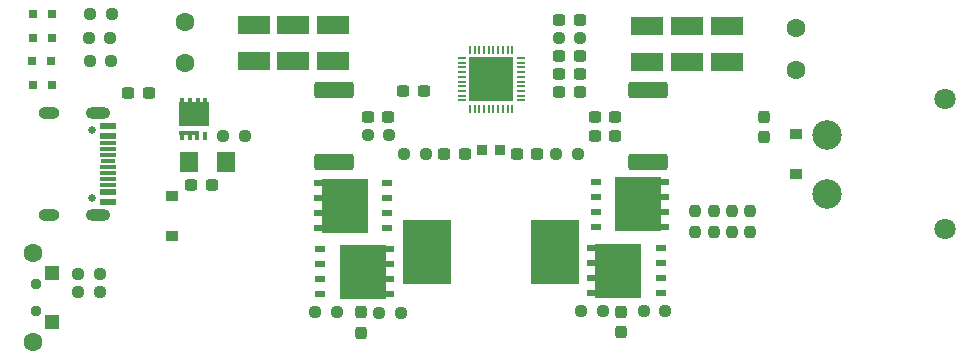
<source format=gts>
%TF.GenerationSoftware,KiCad,Pcbnew,9.0.6*%
%TF.CreationDate,2025-12-05T19:35:03+01:00*%
%TF.ProjectId,ip2366,69703233-3636-42e6-9b69-6361645f7063,rev?*%
%TF.SameCoordinates,Original*%
%TF.FileFunction,Soldermask,Top*%
%TF.FilePolarity,Negative*%
%FSLAX46Y46*%
G04 Gerber Fmt 4.6, Leading zero omitted, Abs format (unit mm)*
G04 Created by KiCad (PCBNEW 9.0.6) date 2025-12-05 19:35:03*
%MOMM*%
%LPD*%
G01*
G04 APERTURE LIST*
G04 Aperture macros list*
%AMRoundRect*
0 Rectangle with rounded corners*
0 $1 Rounding radius*
0 $2 $3 $4 $5 $6 $7 $8 $9 X,Y pos of 4 corners*
0 Add a 4 corners polygon primitive as box body*
4,1,4,$2,$3,$4,$5,$6,$7,$8,$9,$2,$3,0*
0 Add four circle primitives for the rounded corners*
1,1,$1+$1,$2,$3*
1,1,$1+$1,$4,$5*
1,1,$1+$1,$6,$7*
1,1,$1+$1,$8,$9*
0 Add four rect primitives between the rounded corners*
20,1,$1+$1,$2,$3,$4,$5,0*
20,1,$1+$1,$4,$5,$6,$7,0*
20,1,$1+$1,$6,$7,$8,$9,0*
20,1,$1+$1,$8,$9,$2,$3,0*%
G04 Aperture macros list end*
%ADD10RoundRect,0.237500X-0.300000X-0.237500X0.300000X-0.237500X0.300000X0.237500X-0.300000X0.237500X0*%
%ADD11RoundRect,0.237500X0.300000X0.237500X-0.300000X0.237500X-0.300000X-0.237500X0.300000X-0.237500X0*%
%ADD12R,0.900000X0.580000*%
%ADD13R,3.950000X4.600000*%
%ADD14R,2.700000X1.630000*%
%ADD15C,0.950000*%
%ADD16R,1.200000X1.200000*%
%ADD17C,1.600000*%
%ADD18RoundRect,0.237500X-0.250000X-0.237500X0.250000X-0.237500X0.250000X0.237500X-0.250000X0.237500X0*%
%ADD19RoundRect,0.237500X-0.237500X0.300000X-0.237500X-0.300000X0.237500X-0.300000X0.237500X0.300000X0*%
%ADD20R,0.400000X0.800000*%
%ADD21R,1.700000X0.400000*%
%ADD22R,2.600000X2.000000*%
%ADD23RoundRect,0.237500X0.250000X0.237500X-0.250000X0.237500X-0.250000X-0.237500X0.250000X-0.237500X0*%
%ADD24R,0.990000X0.880000*%
%ADD25R,3.700000X3.700000*%
%ADD26O,0.800000X0.200000*%
%ADD27O,0.200000X0.800000*%
%ADD28RoundRect,0.237500X-0.237500X0.250000X-0.237500X-0.250000X0.237500X-0.250000X0.237500X0.250000X0*%
%ADD29R,0.800000X0.800000*%
%ADD30R,0.810000X0.860000*%
%ADD31RoundRect,0.249999X-1.425001X0.450001X-1.425001X-0.450001X1.425001X-0.450001X1.425001X0.450001X0*%
%ADD32RoundRect,0.249999X1.425001X-0.450001X1.425001X0.450001X-1.425001X0.450001X-1.425001X-0.450001X0*%
%ADD33R,1.490000X1.730000*%
%ADD34C,0.650000*%
%ADD35O,2.100000X1.000000*%
%ADD36O,1.800000X1.000000*%
%ADD37R,1.315000X0.600000*%
%ADD38R,1.315000X0.300000*%
%ADD39R,1.307500X0.300000*%
%ADD40R,4.180000X5.500000*%
%ADD41C,2.500000*%
%ADD42C,1.800000*%
G04 APERTURE END LIST*
D10*
%TO.C,C5*%
X114287500Y-64800000D03*
X116012500Y-64800000D03*
%TD*%
D11*
%TO.C,C14*%
X150162500Y-59050000D03*
X148437500Y-59050000D03*
%TD*%
D12*
%TO.C,QLB1*%
X125200000Y-70255000D03*
X125200000Y-71525000D03*
X125200000Y-72785000D03*
X125200000Y-74055000D03*
X131000000Y-74055000D03*
X131000000Y-72785000D03*
X131000000Y-71525000D03*
X131000000Y-70255000D03*
D13*
X128790000Y-72155000D03*
%TD*%
D14*
%TO.C,C19*%
X152850000Y-54390000D03*
X152850000Y-51350000D03*
%TD*%
D15*
%TO.C,SW1*%
X101150000Y-75500000D03*
X101150000Y-73200000D03*
D16*
X102450000Y-72250000D03*
X102450000Y-76450000D03*
D17*
X100850000Y-78100000D03*
X100850000Y-70600000D03*
%TD*%
D18*
%TO.C,R10*%
X132300000Y-62190000D03*
X134125000Y-62190000D03*
%TD*%
%TO.C,R2*%
X105737500Y-50350000D03*
X107562500Y-50350000D03*
%TD*%
D19*
%TO.C,C11*%
X128600000Y-75597500D03*
X128600000Y-77322500D03*
%TD*%
D20*
%TO.C,Q1*%
X113470000Y-60660000D03*
D21*
X114110000Y-60410000D03*
D20*
X114120000Y-60660000D03*
X114770000Y-60660000D03*
X115420000Y-60660000D03*
X115450000Y-57800000D03*
X114800000Y-57800000D03*
X114150000Y-57800000D03*
X113500000Y-57800000D03*
D22*
X114460000Y-58810000D03*
%TD*%
D14*
%TO.C,C6*%
X126250000Y-54290000D03*
X126250000Y-51250000D03*
%TD*%
D23*
%TO.C,R11*%
X146975000Y-62190000D03*
X145150000Y-62190000D03*
%TD*%
%TO.C,R7*%
X132012500Y-75615000D03*
X130187500Y-75615000D03*
%TD*%
D24*
%TO.C,D2*%
X165430000Y-60510000D03*
X165430000Y-63890000D03*
%TD*%
D10*
%TO.C,R12*%
X148437500Y-60650000D03*
X150162500Y-60650000D03*
%TD*%
D25*
%TO.C,U1*%
X139650000Y-55850000D03*
D26*
X137150000Y-54050000D03*
X137150000Y-54450000D03*
X137150000Y-54850000D03*
X137150000Y-55250000D03*
X137150000Y-55650000D03*
X137150000Y-56050000D03*
X137150000Y-56450000D03*
X137150000Y-56850000D03*
X137150000Y-57250000D03*
X137150000Y-57650000D03*
D27*
X137850000Y-58350000D03*
X138250000Y-58350000D03*
X138650000Y-58350000D03*
X139050000Y-58350000D03*
X139450000Y-58350000D03*
X139850000Y-58350000D03*
X140250000Y-58350000D03*
X140650000Y-58350000D03*
X141050000Y-58350000D03*
X141450000Y-58350000D03*
D26*
X142150000Y-57650000D03*
X142150000Y-57250000D03*
X142150000Y-56850000D03*
X142150000Y-56450000D03*
X142150000Y-56050000D03*
X142150000Y-55650000D03*
X142150000Y-55250000D03*
X142150000Y-54850000D03*
X142150000Y-54450000D03*
X142150000Y-54050000D03*
D27*
X141450000Y-53350000D03*
X141050000Y-53350000D03*
X140650000Y-53350000D03*
X140250000Y-53350000D03*
X139850000Y-53350000D03*
X139450000Y-53350000D03*
X139050000Y-53350000D03*
X138650000Y-53350000D03*
X138250000Y-53350000D03*
X137850000Y-53350000D03*
%TD*%
D11*
%TO.C,C12*%
X143575000Y-62190000D03*
X141850000Y-62190000D03*
%TD*%
D28*
%TO.C,R15*%
X161600000Y-66987500D03*
X161600000Y-68812500D03*
%TD*%
D11*
%TO.C,C15*%
X147162500Y-53890000D03*
X145437500Y-53890000D03*
%TD*%
D29*
%TO.C,LED2*%
X102450000Y-52350000D03*
X100850000Y-52350000D03*
%TD*%
D11*
%TO.C,C16*%
X147162500Y-55400000D03*
X145437500Y-55400000D03*
%TD*%
D23*
%TO.C,R3*%
X118812500Y-60700000D03*
X116987500Y-60700000D03*
%TD*%
D14*
%TO.C,C2*%
X119550000Y-54305000D03*
X119550000Y-51265000D03*
%TD*%
D29*
%TO.C,LED3*%
X100800000Y-54350000D03*
X102400000Y-54350000D03*
%TD*%
D14*
%TO.C,C4*%
X122905000Y-54305000D03*
X122905000Y-51265000D03*
%TD*%
D10*
%TO.C,C21*%
X145437500Y-50850000D03*
X147162500Y-50850000D03*
%TD*%
D11*
%TO.C,C17*%
X147162500Y-56920000D03*
X145437500Y-56920000D03*
%TD*%
D18*
%TO.C,R1*%
X105587500Y-52400000D03*
X107412500Y-52400000D03*
%TD*%
%TO.C,R9*%
X147287500Y-75500000D03*
X149112500Y-75500000D03*
%TD*%
D23*
%TO.C,R20*%
X106512500Y-73900000D03*
X104687500Y-73900000D03*
%TD*%
D17*
%TO.C,C1*%
X113750000Y-54500000D03*
X113750000Y-51000000D03*
%TD*%
D28*
%TO.C,R16*%
X158500000Y-66987500D03*
X158500000Y-68812500D03*
%TD*%
D30*
%TO.C,RNTC1*%
X140400000Y-61850000D03*
X138900000Y-61850000D03*
%TD*%
D23*
%TO.C,R19*%
X106525000Y-72350000D03*
X104700000Y-72350000D03*
%TD*%
D24*
%TO.C,D1*%
X112650000Y-65710000D03*
X112650000Y-69090000D03*
%TD*%
D31*
%TO.C,R5*%
X126350000Y-56800000D03*
X126350000Y-62900000D03*
%TD*%
D11*
%TO.C,C9*%
X130962500Y-59050000D03*
X129237500Y-59050000D03*
%TD*%
%TO.C,C8*%
X133962500Y-56850000D03*
X132237500Y-56850000D03*
%TD*%
D18*
%TO.C,R8*%
X124787500Y-75600000D03*
X126612500Y-75600000D03*
%TD*%
D23*
%TO.C,R4*%
X107512500Y-54350000D03*
X105687500Y-54350000D03*
%TD*%
D17*
%TO.C,C23*%
X165450000Y-55050000D03*
X165450000Y-51550000D03*
%TD*%
D14*
%TO.C,C20*%
X156225000Y-54390000D03*
X156225000Y-51350000D03*
%TD*%
D29*
%TO.C,LED1*%
X100850000Y-50350000D03*
X102450000Y-50350000D03*
%TD*%
D23*
%TO.C,R6*%
X131025000Y-60600000D03*
X129200000Y-60600000D03*
%TD*%
D10*
%TO.C,C10*%
X135700000Y-62190000D03*
X137425000Y-62190000D03*
%TD*%
D14*
%TO.C,C22*%
X159600000Y-54390000D03*
X159600000Y-51350000D03*
%TD*%
D28*
%TO.C,R18*%
X156950000Y-66987500D03*
X156950000Y-68812500D03*
%TD*%
D12*
%TO.C,QRT1*%
X148500000Y-64550000D03*
X148500000Y-65820000D03*
X148500000Y-67080000D03*
X148500000Y-68350000D03*
X154300000Y-68350000D03*
X154300000Y-67080000D03*
X154300000Y-65820000D03*
X154300000Y-64550000D03*
D13*
X152090000Y-66450000D03*
%TD*%
D32*
%TO.C,R13*%
X152950000Y-62900000D03*
X152950000Y-56800000D03*
%TD*%
D19*
%TO.C,C13*%
X150650000Y-75562500D03*
X150650000Y-77287500D03*
%TD*%
D33*
%TO.C,C3*%
X114050000Y-62850000D03*
X117230000Y-62850000D03*
%TD*%
D12*
%TO.C,QLT1*%
X130850000Y-68450000D03*
X130850000Y-67180000D03*
X130850000Y-65920000D03*
X130850000Y-64650000D03*
X125050000Y-64650000D03*
X125050000Y-65920000D03*
X125050000Y-67180000D03*
X125050000Y-68450000D03*
D13*
X127260000Y-66550000D03*
%TD*%
D12*
%TO.C,QRB1*%
X154000000Y-73950000D03*
X154000000Y-72680000D03*
X154000000Y-71420000D03*
X154000000Y-70150000D03*
X148200000Y-70150000D03*
X148200000Y-71420000D03*
X148200000Y-72680000D03*
X148200000Y-73950000D03*
D13*
X150410000Y-72050000D03*
%TD*%
D28*
%TO.C,R17*%
X160050000Y-66987500D03*
X160050000Y-68812500D03*
%TD*%
D34*
%TO.C,USB1*%
X105900000Y-60130000D03*
X105900000Y-65910000D03*
D35*
X106400000Y-58700000D03*
X106400000Y-67340000D03*
D36*
X102250000Y-58700000D03*
X102250000Y-67340000D03*
D37*
X107210000Y-59820000D03*
X107210000Y-60620000D03*
D38*
X107210000Y-61770000D03*
D39*
X107213750Y-62770000D03*
D38*
X107210000Y-63270000D03*
X107210000Y-64270000D03*
D37*
X107210000Y-66220000D03*
X107210000Y-65420000D03*
D38*
X107210000Y-64770000D03*
X107210000Y-63770000D03*
X107210000Y-62270000D03*
X107210000Y-61270000D03*
%TD*%
D40*
%TO.C,L1*%
X134260000Y-70450000D03*
X145040000Y-70450000D03*
%TD*%
D19*
%TO.C,C18*%
X162775000Y-59012500D03*
X162775000Y-60737500D03*
%TD*%
D18*
%TO.C,R21*%
X145387500Y-52370000D03*
X147212500Y-52370000D03*
%TD*%
D11*
%TO.C,C7*%
X110662500Y-57000000D03*
X108937500Y-57000000D03*
%TD*%
D41*
%TO.C,CN1*%
X168100000Y-65550000D03*
X168100000Y-60550000D03*
D42*
X178100000Y-57550000D03*
X178100000Y-68550000D03*
%TD*%
D23*
%TO.C,R14*%
X154412500Y-75500000D03*
X152587500Y-75500000D03*
%TD*%
D29*
%TO.C,LED4*%
X102450000Y-56350000D03*
X100850000Y-56350000D03*
%TD*%
M02*

</source>
